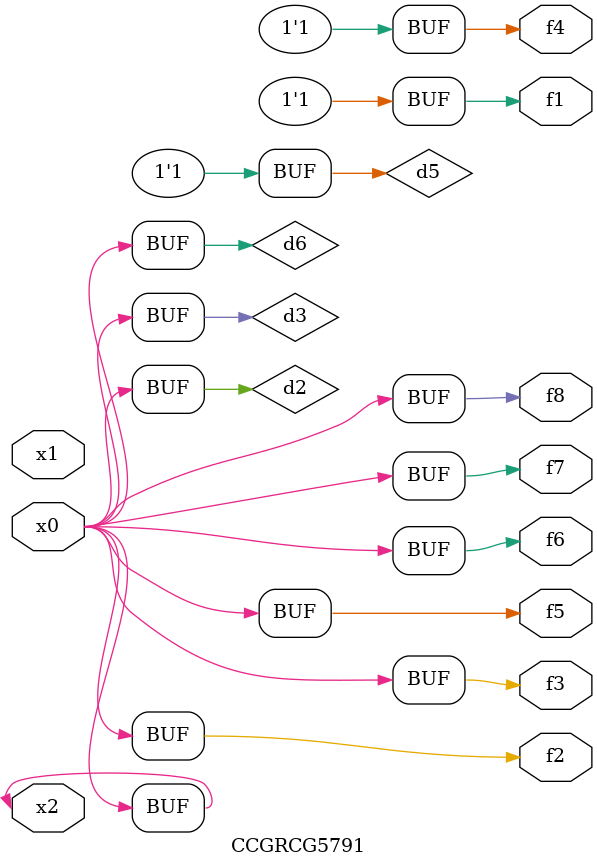
<source format=v>
module CCGRCG5791(
	input x0, x1, x2,
	output f1, f2, f3, f4, f5, f6, f7, f8
);

	wire d1, d2, d3, d4, d5, d6;

	xnor (d1, x2);
	buf (d2, x0, x2);
	and (d3, x0);
	xnor (d4, x1, x2);
	nand (d5, d1, d3);
	buf (d6, d2, d3);
	assign f1 = d5;
	assign f2 = d6;
	assign f3 = d6;
	assign f4 = d5;
	assign f5 = d6;
	assign f6 = d6;
	assign f7 = d6;
	assign f8 = d6;
endmodule

</source>
